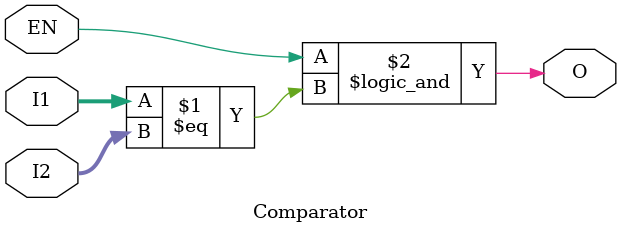
<source format=v>
`timescale 1ns / 1ps
module Comparator(
I1,
I2,
EN,
O
    );

parameter WIDTH=8;

input wire [WIDTH-1:0] I1;
input wire [WIDTH-1:0] I2;
input wire EN;
output wire O;

assign O = EN && (I1==I2) ;

endmodule

</source>
